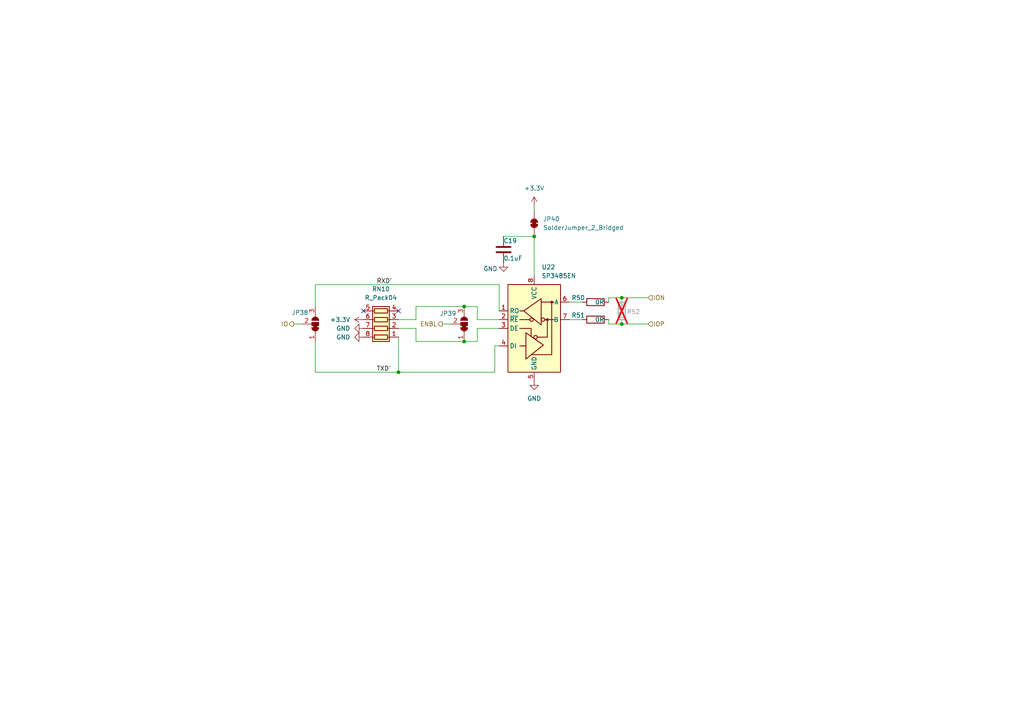
<source format=kicad_sch>
(kicad_sch (version 20250114) (generator "eeschema") (generator_version "9.0")
  (paper "A4")
  (lib_symbols
    (symbol "Device:R_Pack04" (pin_names (offset 0) (hide yes))
      (property "Reference" "RN" (at -7.62 0 90))
      (property "Value" "R_Pack04" (at 5.08 0 90))
      (symbol "R_Pack04_0_1"
        (rectangle (start -6.35 -2.413) (end 3.81 2.413) (stroke (width 0.254)) (fill (type background)))
        (rectangle (start -5.715 1.905) (end -4.445 -1.905) (stroke (width 0.254)))
        (polyline (pts (xy -5.08 1.905) (xy -5.08 2.54)))
        (polyline (pts (xy -5.08 -2.54) (xy -5.08 -1.905)))
        (rectangle (start -3.175 1.905) (end -1.905 -1.905) (stroke (width 0.254)))
        (polyline (pts (xy -2.54 1.905) (xy -2.54 2.54)))
        (polyline (pts (xy -2.54 -2.54) (xy -2.54 -1.905)))
        (rectangle (start -0.635 1.905) (end 0.635 -1.905) (stroke (width 0.254)))
        (polyline (pts (xy 0 1.905) (xy 0 2.54)))
        (polyline (pts (xy 0 -2.54) (xy 0 -1.905)))
        (rectangle (start 1.905 1.905) (end 3.175 -1.905) (stroke (width 0.254)))
        (polyline (pts (xy 2.54 1.905) (xy 2.54 2.54)))
        (polyline (pts (xy 2.54 -2.54) (xy 2.54 -1.905)))
      )
      (symbol "R_Pack04_1_1"
        (pin passive line (at -5.08 5.08 270) (length 2.54) (name "R1.2") (number "8"))
        (pin passive line (at -5.08 -5.08 90) (length 2.54) (name "R1.1") (number "1"))
        (pin passive line (at -2.54 5.08 270) (length 2.54) (name "R2.2") (number "7"))
        (pin passive line (at -2.54 -5.08 90) (length 2.54) (name "R2.1") (number "2"))
        (pin passive line (at 0 5.08 270) (length 2.54) (name "R3.2") (number "6"))
        (pin passive line (at 0 -5.08 90) (length 2.54) (name "R3.1") (number "3"))
        (pin passive line (at 2.54 5.08 270) (length 2.54) (name "R4.2") (number "5"))
        (pin passive line (at 2.54 -5.08 90) (length 2.54) (name "R4.1") (number "4"))
      )
    )
    (symbol "Interface_UART:SP3485EN"
      (property "Reference" "U" (at -7.62 13.97 0))
      (property "Value" "SP3485EN" (at 1.905 13.97 0))
      (symbol "SP3485EN_0_1"
        (rectangle (start -7.62 12.7) (end 7.62 -12.7) (stroke (width 0.254)) (fill (type background)))
        (polyline (pts (xy -4.191 2.54) (xy -1.27 2.54)) (stroke (width 0.254)))
        (polyline (pts (xy -4.191 0) (xy -0.889 0) (xy -0.889 -2.286)) (stroke (width 0.254)))
        (polyline (pts (xy -3.175 5.08) (xy -4.191 5.08) (xy -4.064 5.08)) (stroke (width 0.254)))
        (polyline (pts (xy -2.54 -5.08) (xy -4.191 -5.08)) (stroke (width 0.254)))
        (polyline (pts (xy -2.413 -5.08) (xy -2.413 -1.27) (xy 2.667 -4.826) (xy -2.413 -8.89) (xy -2.413 -5.08)) (stroke (width 0.254)))
        (polyline (pts (xy -0.635 -7.62) (xy 5.08 -7.62)) (stroke (width 0.254)))
        (circle (center 0.381 -2.54) (radius 0.508) (stroke (width 0.254)))
        (polyline (pts (xy 0.889 -2.54) (xy 3.81 -2.54)) (stroke (width 0.254)))
        (polyline (pts (xy 2.032 7.62) (xy 5.715 7.62)) (stroke (width 0.254)))
        (polyline (pts (xy 3.048 2.54) (xy 5.715 2.54)) (stroke (width 0.254)))
        (circle (center 3.81 2.54) (radius 0.2794) (stroke (width 0.254)) (fill (type outline)))
        (polyline (pts (xy 3.81 -2.54) (xy 3.81 2.54)) (stroke (width 0.254)))
        (polyline (pts (xy 5.08 -7.62) (xy 5.08 7.62)) (stroke (width 0.254)))
      )
      (symbol "SP3485EN_1_1"
        (circle (center -0.762 2.54) (radius 0.508) (stroke (width 0.254)))
        (polyline (pts (xy 2.032 4.826) (xy 2.032 8.636) (xy -3.048 5.08) (xy 2.032 1.016) (xy 2.032 4.826)) (stroke (width 0.254)))
        (circle (center 2.54 2.54) (radius 0.508) (stroke (width 0.254)))
        (circle (center 5.08 7.62) (radius 0.2794) (stroke (width 0.254)) (fill (type outline)))
        (pin output line (at -10.16 5.08 0) (length 2.54) (name "RO") (number "1"))
        (pin input line (at -10.16 2.54 0) (length 2.54) (name "~{RE}") (number "2"))
        (pin input line (at -10.16 0 0) (length 2.54) (name "DE") (number "3"))
        (pin input line (at -10.16 -5.08 0) (length 2.54) (name "DI") (number "4"))
        (pin power_in line (at 0 15.24 270) (length 2.54) (name "VCC") (number "8"))
        (pin power_in line (at 0 -15.24 90) (length 2.54) (name "GND") (number "5"))
        (pin bidirectional line (at 10.16 7.62 180) (length 2.54) (name "A") (number "6"))
        (pin bidirectional line (at 10.16 2.54 180) (length 2.54) (name "B") (number "7"))
      )
    )
    (symbol "Jumper:SolderJumper_2_Bridged" (pin_numbers (hide yes)) (pin_names (offset 0) (hide yes)) (in_bom no)
      (property "Reference" "JP" (at 0 2.032 0))
      (property "Value" "SolderJumper_2_Bridged" (at 0 -2.54 0))
      (symbol "SolderJumper_2_Bridged_0_1"
        (rectangle (start -0.508 0.508) (end 0.508 -0.508) (fill (type outline)))
        (polyline (pts (xy -0.254 1.016) (xy -0.254 -1.016)))
        (arc (start -0.254 -1.016) (mid -1.2656 0) (end -0.254 1.016))
        (arc (start -0.254 -1.016) (mid -1.2656 0) (end -0.254 1.016) (fill (type outline)))
        (arc (start 0.254 1.016) (mid 1.2656 0) (end 0.254 -1.016))
        (arc (start 0.254 1.016) (mid 1.2656 0) (end 0.254 -1.016) (fill (type outline)))
        (polyline (pts (xy 0.254 1.016) (xy 0.254 -1.016)))
      )
      (symbol "SolderJumper_2_Bridged_1_1"
        (pin passive line (at -3.81 0 0) (length 2.54) (name "A") (number "1"))
        (pin passive line (at 3.81 0 180) (length 2.54) (name "B") (number "2"))
      )
    )
    (symbol "Jumper:SolderJumper_3_Bridged12" (pin_names (offset 0) (hide yes)) (in_bom no)
      (property "Reference" "JP" (at -2.54 -2.54 0))
      (property "Value" "SolderJumper_3_Bridged12" (at 0 2.794 0))
      (symbol "SolderJumper_3_Bridged12_0_1"
        (polyline (pts (xy -2.54 0) (xy -2.032 0)))
        (polyline (pts (xy -1.016 1.016) (xy -1.016 -1.016)))
        (rectangle (start -1.016 0.508) (end -0.508 -0.508) (fill (type outline)))
        (arc (start -1.016 -1.016) (mid -2.0276 0) (end -1.016 1.016))
        (arc (start -1.016 -1.016) (mid -2.0276 0) (end -1.016 1.016) (fill (type outline)))
        (rectangle (start -0.508 1.016) (end 0.508 -1.016) (fill (type outline)))
        (polyline (pts (xy 0 -1.27) (xy 0 -1.016)))
        (arc (start 1.016 1.016) (mid 2.0276 0) (end 1.016 -1.016))
        (arc (start 1.016 1.016) (mid 2.0276 0) (end 1.016 -1.016) (fill (type outline)))
        (polyline (pts (xy 1.016 1.016) (xy 1.016 -1.016)))
        (polyline (pts (xy 2.54 0) (xy 2.032 0)))
      )
      (symbol "SolderJumper_3_Bridged12_1_1"
        (pin passive line (at -5.08 0 0) (length 2.54) (name "A") (number "1"))
        (pin passive line (at 0 -3.81 90) (length 2.54) (name "C") (number "2"))
        (pin passive line (at 5.08 0 180) (length 2.54) (name "B") (number "3"))
      )
    )
    (symbol "Library:C" (pin_numbers (hide yes)) (pin_names (offset 0.254))
      (property "Reference" "C" (at 0.635 2.54 0))
      (property "Value" "C" (at 0.635 -2.54 0))
      (symbol "C_0_1"
        (polyline (pts (xy -2.032 0.762) (xy 2.032 0.762)) (stroke (width 0.508)))
        (polyline (pts (xy -2.032 -0.762) (xy 2.032 -0.762)) (stroke (width 0.508)))
      )
      (symbol "C_1_1"
        (pin passive line (at 0 3.81 270) (length 2.794) (name "~") (number "1"))
        (pin passive line (at 0 -3.81 90) (length 2.794) (name "~") (number "2"))
      )
    )
    (symbol "Library:R" (pin_numbers (hide yes)) (pin_names (offset 0))
      (property "Reference" "R" (at 2.032 0 90))
      (property "Value" "R" (at 0 0 90))
      (symbol "R_0_1"
        (rectangle (start -1.016 -2.54) (end 1.016 2.54) (stroke (width 0.254)))
      )
      (symbol "R_1_1"
        (pin passive line (at 0 3.81 270) (length 1.27) (name "~") (number "1"))
        (pin passive line (at 0 -3.81 90) (length 1.27) (name "~") (number "2"))
      )
    )
    (symbol "power:+3.3V" (power) (pin_numbers (hide yes)) (pin_names (offset 0) (hide yes))
      (property "Value" "+3.3V" (at 0 3.556 0))
      (symbol "+3.3V_0_1"
        (polyline (pts (xy -0.762 1.27) (xy 0 2.54)))
        (polyline (pts (xy 0 2.54) (xy 0.762 1.27)))
        (polyline (pts (xy 0 0) (xy 0 2.54)))
      )
      (symbol "+3.3V_1_1"
        (pin power_in line (at 0 0 90) (length 0) (name "~") (number "1"))
      )
    )
    (symbol "power:GND" (power) (pin_numbers (hide yes)) (pin_names (offset 0) (hide yes))
      (property "Value" "GND" (at 0 -3.81 0))
      (symbol "GND_0_1"
        (polyline (pts (xy 0 0) (xy 0 -1.27) (xy 1.27 -1.27) (xy 0 -2.54) (xy -1.27 -1.27) (xy 0 -1.27)))
      )
      (symbol "GND_1_1"
        (pin power_in line (at 0 0 270) (length 0) (name "~") (number "1"))
      )
    )
  )
  (junction (at 134.62 99.06))
  (junction (at 134.62 88.9))
  (junction (at 115.57 107.95))
  (junction (at 180.34 93.98))
  (junction (at 180.34 86.36))
  (junction (at 154.94 68.58))
  (no_connect (at 115.57 90.17))
  (no_connect (at 105.41 90.17))
  (wire (pts (xy 165.1 87.63) (xy 168.91 87.63)))
  (wire (pts (xy 115.57 107.95) (xy 143.51 107.95)))
  (wire (pts (xy 143.51 107.95) (xy 143.51 100.33)))
  (wire (pts (xy 154.94 59.69) (xy 154.94 60.96)))
  (wire (pts (xy 176.53 93.98) (xy 180.34 93.98)))
  (wire (pts (xy 120.65 92.71) (xy 120.65 88.9)))
  (wire (pts (xy 144.78 82.55) (xy 144.78 90.17)))
  (wire (pts (xy 115.57 95.25) (xy 120.65 95.25)))
  (wire (pts (xy 176.53 86.36) (xy 176.53 87.63)))
  (wire (pts (xy 120.65 99.06) (xy 134.62 99.06)))
  (wire (pts (xy 120.65 95.25) (xy 120.65 99.06)))
  (wire (pts (xy 138.43 92.71) (xy 144.78 92.71)))
  (wire (pts (xy 91.44 107.95) (xy 115.57 107.95)))
  (wire (pts (xy 176.53 93.98) (xy 176.53 92.71)))
  (wire (pts (xy 187.96 93.98) (xy 180.34 93.98)))
  (wire (pts (xy 120.65 88.9) (xy 134.62 88.9)))
  (wire (pts (xy 115.57 92.71) (xy 120.65 92.71)))
  (wire (pts (xy 187.96 86.36) (xy 180.34 86.36)))
  (wire (pts (xy 154.94 80.01) (xy 154.94 68.58)))
  (wire (pts (xy 176.53 86.36) (xy 180.34 86.36)))
  (wire (pts (xy 168.91 92.71) (xy 165.1 92.71)))
  (wire (pts (xy 91.44 107.95) (xy 91.44 99.06)))
  (wire (pts (xy 134.62 99.06) (xy 138.43 99.06)))
  (wire (pts (xy 91.44 82.55) (xy 144.78 82.55)))
  (wire (pts (xy 115.57 97.79) (xy 115.57 107.95)))
  (wire (pts (xy 143.51 100.33) (xy 144.78 100.33)))
  (wire (pts (xy 138.43 95.25) (xy 138.43 99.06)))
  (wire (pts (xy 85.09 93.98) (xy 87.63 93.98)))
  (wire (pts (xy 138.43 88.9) (xy 138.43 92.71)))
  (wire (pts (xy 134.62 88.9) (xy 138.43 88.9)))
  (wire (pts (xy 128.27 93.98) (xy 130.81 93.98)))
  (wire (pts (xy 144.78 95.25) (xy 138.43 95.25)))
  (wire (pts (xy 154.94 68.58) (xy 146.05 68.58)))
  (wire (pts (xy 91.44 82.55) (xy 91.44 88.9)))
  (label "RXD'" (at 109.22 82.55 0))
  (label "TXD'" (at 109.22 107.95 0))
  (hierarchical_label "IOP" (shape input) (at 187.96 93.98 0))
  (hierarchical_label "ION" (shape input) (at 187.96 86.36 0))
  (hierarchical_label "IO" (shape output) (at 85.09 93.98 180))
  (hierarchical_label "ENBL" (shape output) (at 128.27 93.98 180))
  (symbol (lib_id "Interface_UART:SP3485EN") (at 154.94 95.25 0) (unit 1)
    (property "Reference" "U10" (at 157.0833 77.47 0) (effects (justify left)))
    (property "Value" "SP3485EN" (at 157.0833 80.01 0) (effects (justify left)))
    (property "Footprint" "Package_SO:SOIC-8_3.9x4.9mm_P1.27mm" (effects (hide yes)))
    (property "Datasheet" "http://www.icbase.com/pdf/SPX/SPX00480106.pdf" (effects (hide yes)))
    (property "Description" "Industrial 3.3V Low Power Half-Duplex RS-485 Transceiver 10Mbps, SOIC-8" (effects (hide yes)))
    (property "LCSC Part #" "C8963" (effects (hide yes)))
    (instances (project "esp-motioncontroller" (path "" (reference "U22") (unit 1)) (path "" (reference "U21") (unit 1)) (path "" (reference "U24") (unit 1)) (path "" (reference "U20") (unit 1)) (path "" (reference "U23") (unit 1)) (path "" (reference "U10") (unit 1))))
  )
  (symbol (lib_id "power:GND") (at 154.94 110.49 0) (unit 1)
    (property "Reference" "#PWR075" (effects (hide yes)))
    (property "Value" "GND" (at 154.94 115.57 0))
    (property "Description" "Power symbol creates a global label with name \"GND\" , ground" (effects (hide yes)))
    (instances (project "esp-motioncontroller" (path "" (reference "#PWR0119") (unit 1)) (path "" (reference "#PWR0113") (unit 1)) (path "" (reference "#PWR0131") (unit 1)) (path "" (reference "#PWR0107") (unit 1)) (path "" (reference "#PWR0125") (unit 1)) (path "" (reference "#PWR075") (unit 1))))
  )
  (symbol (lib_id "power:GND") (at 105.41 97.79 270) (unit 1)
    (property "Reference" "#PWR069" (effects (hide yes)))
    (property "Value" "GND" (at 101.6 97.7899 90) (effects (justify right)))
    (property "Description" "Power symbol creates a global label with name \"GND\" , ground" (effects (hide yes)))
    (instances (project "esp-motioncontroller" (path "" (reference "#PWR0116") (unit 1)) (path "" (reference "#PWR0110") (unit 1)) (path "" (reference "#PWR0128") (unit 1)) (path "" (reference "#PWR0104") (unit 1)) (path "" (reference "#PWR0122") (unit 1)) (path "" (reference "#PWR069") (unit 1))))
  )
  (symbol (lib_id "power:+3.3V") (at 154.94 59.69 0) (unit 1)
    (property "Reference" "#PWR071" (effects (hide yes)))
    (property "Value" "+3.3V" (at 154.94 54.61 0))
    (property "Description" "Power symbol creates a global label with name \"+3.3V\"" (effects (hide yes)))
    (instances (project "esp-motioncontroller" (path "" (reference "#PWR0118") (unit 1)) (path "" (reference "#PWR0112") (unit 1)) (path "" (reference "#PWR0130") (unit 1)) (path "" (reference "#PWR0106") (unit 1)) (path "" (reference "#PWR0124") (unit 1)) (path "" (reference "#PWR071") (unit 1))))
  )
  (symbol (lib_id "power:GND") (at 105.41 95.25 270) (unit 1)
    (property "Reference" "#PWR064" (effects (hide yes)))
    (property "Value" "GND" (at 101.6 95.2499 90) (effects (justify right)))
    (property "Description" "Power symbol creates a global label with name \"GND\" , ground" (effects (hide yes)))
    (instances (project "esp-motioncontroller" (path "" (reference "#PWR0115") (unit 1)) (path "" (reference "#PWR0109") (unit 1)) (path "" (reference "#PWR0127") (unit 1)) (path "" (reference "#PWR0103") (unit 1)) (path "" (reference "#PWR0121") (unit 1)) (path "" (reference "#PWR064") (unit 1))))
  )
  (symbol (lib_id "power:GND") (at 146.05 76.2 0) (unit 1)
    (property "Reference" "#PWR070" (effects (hide yes)))
    (property "Value" "GND" (at 142.24 77.978 0))
    (property "Description" "Power symbol creates a global label with name \"GND\" , ground" (effects (hide yes)))
    (instances (project "esp-motioncontroller" (path "" (reference "#PWR0117") (unit 1)) (path "" (reference "#PWR0111") (unit 1)) (path "" (reference "#PWR0129") (unit 1)) (path "" (reference "#PWR0105") (unit 1)) (path "" (reference "#PWR0123") (unit 1)) (path "" (reference "#PWR070") (unit 1))))
  )
  (symbol (lib_id "Jumper:SolderJumper_3_Bridged12") (at 134.62 93.98 270) (mirror x) (unit 1) (in_bom no)
    (property "Reference" "JP18" (at 127.508 90.932 90) (effects (justify left)))
    (property "Value" "SolderJumper_3_Bridged12" (effects (hide yes)))
    (property "Footprint" "Jumper:SolderJumper-3_P1.3mm_Bridged12_Pad1.0x1.5mm" (effects (hide yes)))
    (property "Description" "3-pole Solder Jumper, pins 1+2 closed/bridged" (effects (hide yes)))
    (instances (project "esp-motioncontroller" (path "" (reference "JP39") (unit 1)) (path "" (reference "JP36") (unit 1)) (path "" (reference "JP45") (unit 1)) (path "" (reference "JP33") (unit 1)) (path "" (reference "JP42") (unit 1)) (path "" (reference "JP18") (unit 1))))
  )
  (symbol (lib_id "Library:R") (at 172.72 87.63 90) (unit 1)
    (property "Reference" "R26" (at 169.672 86.36 90) (effects (justify left)))
    (property "Value" "0R" (at 175.26 87.63 90) (effects (justify left)))
    (property "Footprint" "Resistor_SMD:R_0603_1608Metric" (effects (hide yes)))
    (property "LCSC Part #" "C21189" (effects (hide yes)))
    (instances (project "esp-motioncontroller" (path "" (reference "R50") (unit 1)) (path "" (reference "R47") (unit 1)) (path "" (reference "R56") (unit 1)) (path "" (reference "R44") (unit 1)) (path "" (reference "R53") (unit 1)) (path "" (reference "R26") (unit 1))))
  )
  (symbol (lib_id "power:+3.3V") (at 105.41 92.71 90) (unit 1)
    (property "Reference" "#PWR063" (effects (hide yes)))
    (property "Value" "+3.3V" (at 101.6 92.7099 90) (effects (justify left)))
    (property "Description" "Power symbol creates a global label with name \"+3.3V\"" (effects (hide yes)))
    (instances (project "esp-motioncontroller" (path "" (reference "#PWR0114") (unit 1)) (path "" (reference "#PWR0108") (unit 1)) (path "" (reference "#PWR0126") (unit 1)) (path "" (reference "#PWR0102") (unit 1)) (path "" (reference "#PWR0120") (unit 1)) (path "" (reference "#PWR063") (unit 1))))
  )
  (symbol (lib_id "Jumper:SolderJumper_2_Bridged") (at 154.94 64.77 90) (unit 1) (in_bom no)
    (property "Reference" "JP19" (at 157.48 63.4999 90) (effects (justify right)))
    (property "Value" "SolderJumper_2_Bridged" (at 157.48 66.0399 90) (effects (justify right)))
    (property "Footprint" "Jumper:SolderJumper-2_P1.3mm_Bridged_RoundedPad1.0x1.5mm" (effects (hide yes)))
    (property "Description" "Solder Jumper, 2-pole, closed/bridged" (effects (hide yes)))
    (instances (project "esp-motioncontroller" (path "" (reference "JP40") (unit 1)) (path "" (reference "JP37") (unit 1)) (path "" (reference "JP46") (unit 1)) (path "" (reference "JP34") (unit 1)) (path "" (reference "JP43") (unit 1)) (path "" (reference "JP19") (unit 1))))
  )
  (symbol (lib_id "Library:R") (at 180.34 90.17 180) (unit 1) (dnp yes)
    (property "Reference" "R30" (at 185.674 90.424 0) (effects (justify left)))
    (property "Value" "120R" (at 180.34 87.63 90) (effects (justify left)))
    (property "Footprint" "Resistor_SMD:R_0603_1608Metric" (effects (hide yes)))
    (property "LCSC Part #" "C22787" (effects (hide yes)))
    (instances (project "esp-motioncontroller" (path "" (reference "R52") (unit 1)) (path "" (reference "R49") (unit 1)) (path "" (reference "R58") (unit 1)) (path "" (reference "R46") (unit 1)) (path "" (reference "R55") (unit 1)) (path "" (reference "R30") (unit 1))))
  )
  (symbol (lib_id "Jumper:SolderJumper_3_Bridged12") (at 91.44 93.98 270) (mirror x) (unit 1) (in_bom no)
    (property "Reference" "JP17" (at 84.582 90.678 90) (effects (justify left)))
    (property "Value" "SolderJumper_3_Bridged12" (effects (hide yes)))
    (property "Footprint" "Jumper:SolderJumper-3_P1.3mm_Bridged12_Pad1.0x1.5mm" (effects (hide yes)))
    (property "Description" "3-pole Solder Jumper, pins 1+2 closed/bridged" (effects (hide yes)))
    (instances (project "esp-motioncontroller" (path "" (reference "JP38") (unit 1)) (path "" (reference "JP35") (unit 1)) (path "" (reference "JP44") (unit 1)) (path "" (reference "JP32") (unit 1)) (path "" (reference "JP41") (unit 1)) (path "" (reference "JP17") (unit 1))))
  )
  (symbol (lib_id "Device:R_Pack04") (at 110.49 92.71 90) (unit 1)
    (property "Reference" "RN3" (at 110.49 83.82 90))
    (property "Value" "R_Pack04" (at 110.49 86.36 90))
    (property "Footprint" "Resistor_SMD:R_Array_Convex_4x0603" (effects (hide yes)))
    (property "Description" "4 resistor network, parallel topology" (effects (hide yes)))
    (property "LCSC Part #" "C29718" (effects (hide yes)))
    (instances (project "esp-motioncontroller" (path "" (reference "RN10") (unit 1)) (path "" (reference "RN9") (unit 1)) (path "" (reference "RN12") (unit 1)) (path "" (reference "RN8") (unit 1)) (path "" (reference "RN11") (unit 1)) (path "" (reference "RN3") (unit 1))))
  )
  (symbol (lib_id "Library:C") (at 146.05 72.39 0) (unit 1)
    (property "Reference" "C10" (at 146.05 69.85 0) (effects (justify left)))
    (property "Value" "0.1uF" (at 146.05 74.93 0) (effects (justify left)))
    (property "Footprint" "Capacitor_SMD:C_0603_1608Metric" (effects (hide yes)))
    (property "LCSC Part #" "C14663" (effects (hide yes)))
    (instances (project "esp-motioncontroller" (path "" (reference "C19") (unit 1)) (path "" (reference "C17") (unit 1)) (path "" (reference "C23") (unit 1)) (path "" (reference "C16") (unit 1)) (path "" (reference "C20") (unit 1)) (path "" (reference "C10") (unit 1))))
  )
  (symbol (lib_id "Library:R") (at 172.72 92.71 90) (unit 1)
    (property "Reference" "R27" (at 169.672 91.44 90) (effects (justify left)))
    (property "Value" "0R" (at 175.26 92.71 90) (effects (justify left)))
    (property "Footprint" "Resistor_SMD:R_0603_1608Metric" (effects (hide yes)))
    (property "LCSC Part #" "C21189" (effects (hide yes)))
    (instances (project "esp-motioncontroller" (path "" (reference "R51") (unit 1)) (path "" (reference "R48") (unit 1)) (path "" (reference "R57") (unit 1)) (path "" (reference "R45") (unit 1)) (path "" (reference "R54") (unit 1)) (path "" (reference "R27") (unit 1))))
  )
)
</source>
